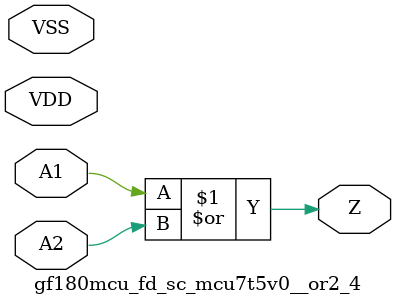
<source format=v>

module gf180mcu_fd_sc_mcu7t5v0__or2_4( A2, A1, Z, VDD, VSS );
input A1, A2;
inout VDD, VSS;
output Z;

	or MGM_BG_0( Z, A1, A2 );

endmodule

</source>
